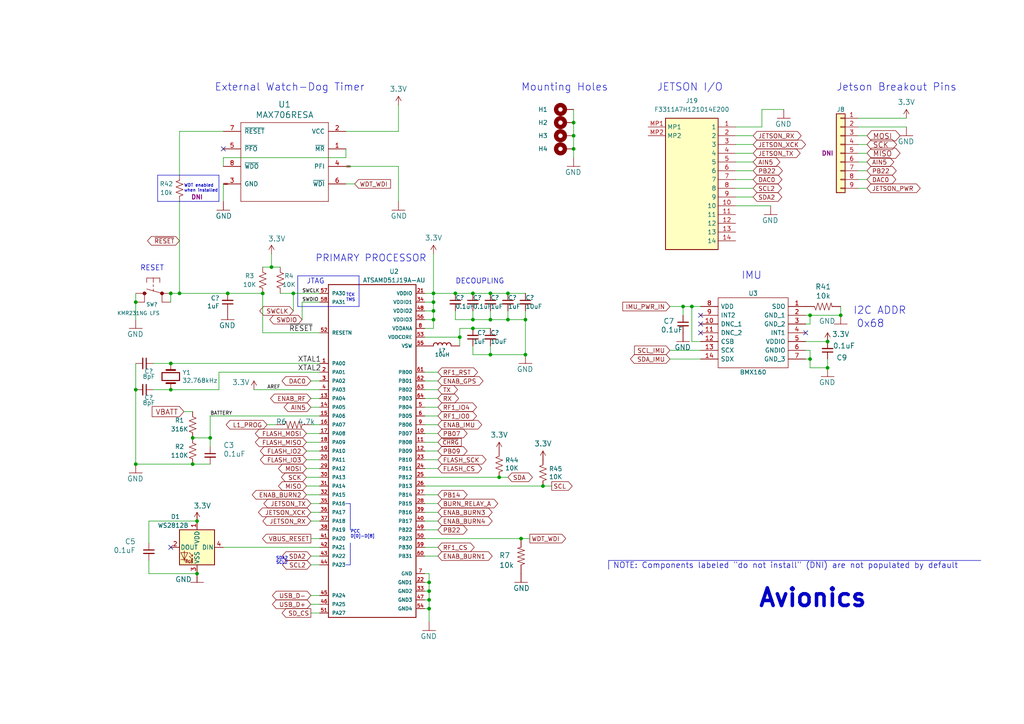
<source format=kicad_sch>
(kicad_sch (version 20230121) (generator eeschema)
  (paper "A4")
  (title_block (title "PyCubed Mainboard") (date "2021-06-09") (rev "v05c") (company "Max Holliday"))
  (junction (at 39.37 87.63))
  (junction (at 49.53 105.41))
  (junction (at 152.4 92.71))
  (junction (at 49.53 85.09))
  (junction (at 66.04 85.09))
  (junction (at 142.24 92.71))
  (junction (at 151.13 156.21))
  (junction (at 166.37 35.56))
  (junction (at 137.16 92.71))
  (junction (at 124.46 171.45))
  (junction (at 234.95 91.44))
  (junction (at 198.12 88.9))
  (junction (at 39.37 113.03))
  (junction (at 144.78 138.43))
  (junction (at 49.53 113.03))
  (junction (at 240.03 106.68))
  (junction (at 60.96 127))
  (junction (at 243.84 91.44))
  (junction (at 147.32 92.71))
  (junction (at 240.03 99.06))
  (junction (at 147.32 85.09))
  (junction (at 55.88 134.62))
  (junction (at 57.15 151.13))
  (junction (at 39.37 134.62))
  (junction (at 132.08 85.09))
  (junction (at 55.88 127))
  (junction (at 200.66 88.9))
  (junction (at 78.74 77.47))
  (junction (at 85.09 85.09))
  (junction (at 125.73 87.63))
  (junction (at 137.16 85.09))
  (junction (at 166.37 43.18))
  (junction (at 137.16 95.25))
  (junction (at 125.73 92.71))
  (junction (at 52.07 85.09))
  (junction (at 57.15 166.37))
  (junction (at 124.46 176.53))
  (junction (at 234.95 104.14))
  (junction (at 166.37 39.37))
  (junction (at 124.46 173.99))
  (junction (at 124.46 168.91))
  (junction (at 76.2 85.09))
  (junction (at 125.73 90.17))
  (junction (at 142.24 102.87))
  (junction (at 157.48 140.97))
  (junction (at 152.4 102.87))
  (junction (at 142.24 85.09))
  (junction (at 133.35 97.79))
  (junction (at 125.73 85.09))
  (no_connect (at 233.68 96.52))
  (no_connect (at 203.2 96.52))
  (no_connect (at 64.77 43.18))
  (no_connect (at 203.2 93.98))
  (no_connect (at 49.53 158.75))
  (no_connect (at 203.2 91.44))
  (wire (pts (xy 133.35 95.25) (xy 137.16 95.25)))
  (wire (pts (xy 123.19 168.91) (xy 124.46 168.91)))
  (wire (pts (xy 152.4 92.71) (xy 152.4 102.87)))
  (wire (pts (xy 234.95 106.68) (xy 240.03 106.68)))
  (wire (pts (xy 87.63 87.63) (xy 87.63 92.71)))
  (wire (pts (xy 123.19 161.29) (xy 127 161.29)))
  (wire (pts (xy 92.71 118.11) (xy 90.17 118.11)))
  (wire (pts (xy 133.35 97.79) (xy 133.35 95.25)))
  (wire (pts (xy 123.19 113.03) (xy 127 113.03)))
  (wire (pts (xy 137.16 90.17) (xy 137.16 92.71)))
  (wire (pts (xy 49.53 85.09) (xy 52.07 85.09)))
  (wire (pts (xy 60.96 127) (xy 60.96 120.65)))
  (wire (pts (xy 49.53 105.41) (xy 92.71 105.41)))
  (wire (pts (xy 60.96 134.62) (xy 55.88 134.62)))
  (wire (pts (xy 142.24 92.71) (xy 142.24 90.17)))
  (polyline (pts (xy 176.53 162.56) (xy 284.48 162.56)))
  (wire (pts (xy 53.34 119.38) (xy 55.88 119.38)))
  (wire (pts (xy 200.66 88.9) (xy 203.2 88.9)))
  (wire (pts (xy 142.24 85.09) (xy 147.32 85.09)))
  (wire (pts (xy 125.73 87.63) (xy 125.73 85.09)))
  (wire (pts (xy 85.09 85.09) (xy 92.71 85.09)))
  (wire (pts (xy 87.63 87.63) (xy 92.71 87.63)))
  (wire (pts (xy 251.46 39.37) (xy 248.92 39.37)))
  (wire (pts (xy 52.07 38.1) (xy 52.07 50.8)))
  (wire (pts (xy 39.37 105.41) (xy 39.37 113.03)))
  (wire (pts (xy 76.2 96.52) (xy 76.2 85.09)))
  (wire (pts (xy 102.87 53.34) (xy 100.33 53.34)))
  (wire (pts (xy 248.92 46.99) (xy 251.46 46.99)))
  (wire (pts (xy 123.19 158.75) (xy 127 158.75)))
  (wire (pts (xy 123.19 153.67) (xy 127 153.67)))
  (wire (pts (xy 220.98 31.75) (xy 227.33 31.75)))
  (wire (pts (xy 127 128.27) (xy 123.19 128.27)))
  (wire (pts (xy 123.19 143.51) (xy 127 143.51)))
  (wire (pts (xy 213.36 52.07) (xy 218.44 52.07)))
  (wire (pts (xy 127 110.49) (xy 123.19 110.49)))
  (wire (pts (xy 147.32 85.09) (xy 152.4 85.09)))
  (wire (pts (xy 64.77 48.26) (xy 64.77 45.72)))
  (wire (pts (xy 123.19 130.81) (xy 127 130.81)))
  (wire (pts (xy 213.36 57.15) (xy 218.44 57.15)))
  (wire (pts (xy 124.46 166.37) (xy 124.46 168.91)))
  (wire (pts (xy 125.73 90.17) (xy 125.73 87.63)))
  (wire (pts (xy 213.36 59.69) (xy 223.52 59.69)))
  (wire (pts (xy 248.92 52.07) (xy 251.46 52.07)))
  (wire (pts (xy 52.07 85.09) (xy 66.04 85.09)))
  (wire (pts (xy 243.84 91.44) (xy 243.84 88.9)))
  (wire (pts (xy 233.68 104.14) (xy 234.95 104.14)))
  (wire (pts (xy 92.71 175.26) (xy 90.17 175.26)))
  (wire (pts (xy 92.71 133.35) (xy 88.9 133.35)))
  (wire (pts (xy 92.71 148.59) (xy 90.17 148.59)))
  (wire (pts (xy 213.36 39.37) (xy 218.44 39.37)))
  (wire (pts (xy 233.68 93.98) (xy 234.95 93.98)))
  (wire (pts (xy 125.73 95.25) (xy 125.73 92.71)))
  (wire (pts (xy 76.2 77.47) (xy 78.74 77.47)))
  (wire (pts (xy 240.03 104.14) (xy 240.03 106.68)))
  (wire (pts (xy 220.98 36.83) (xy 213.36 36.83)))
  (wire (pts (xy 147.32 92.71) (xy 152.4 92.71)))
  (wire (pts (xy 90.17 163.83) (xy 92.71 163.83)))
  (wire (pts (xy 123.19 95.25) (xy 125.73 95.25)))
  (wire (pts (xy 43.18 162.56) (xy 43.18 166.37)))
  (wire (pts (xy 90.17 146.05) (xy 92.71 146.05)))
  (wire (pts (xy 220.98 31.75) (xy 220.98 36.83)))
  (wire (pts (xy 137.16 102.87) (xy 137.16 100.33)))
  (wire (pts (xy 123.19 118.11) (xy 127 118.11)))
  (wire (pts (xy 123.19 146.05) (xy 127 146.05)))
  (wire (pts (xy 92.71 110.49) (xy 90.17 110.49)))
  (wire (pts (xy 125.73 85.09) (xy 125.73 73.66)))
  (wire (pts (xy 133.35 97.79) (xy 133.35 100.33)))
  (wire (pts (xy 213.36 49.53) (xy 218.44 49.53)))
  (wire (pts (xy 142.24 92.71) (xy 137.16 92.71)))
  (wire (pts (xy 194.31 104.14) (xy 203.2 104.14)))
  (wire (pts (xy 88.9 138.43) (xy 92.71 138.43)))
  (polyline (pts (xy 100.33 146.05) (xy 101.6 146.05)))
  (wire (pts (xy 115.57 48.26) (xy 115.57 58.42)))
  (wire (pts (xy 127 135.89) (xy 123.19 135.89)))
  (wire (pts (xy 88.9 128.27) (xy 92.71 128.27)))
  (wire (pts (xy 55.88 127) (xy 60.96 127)))
  (wire (pts (xy 124.46 176.53) (xy 124.46 180.34)))
  (wire (pts (xy 124.46 171.45) (xy 124.46 173.99)))
  (wire (pts (xy 142.24 100.33) (xy 142.24 102.87)))
  (wire (pts (xy 213.36 44.45) (xy 218.44 44.45)))
  (wire (pts (xy 49.53 87.63) (xy 49.53 85.09)))
  (wire (pts (xy 115.57 38.1) (xy 100.33 38.1)))
  (wire (pts (xy 248.92 49.53) (xy 251.46 49.53)))
  (wire (pts (xy 147.32 90.17) (xy 147.32 92.71)))
  (wire (pts (xy 43.18 151.13) (xy 57.15 151.13)))
  (wire (pts (xy 81.28 85.09) (xy 85.09 85.09)))
  (wire (pts (xy 203.2 99.06) (xy 200.66 99.06)))
  (wire (pts (xy 124.46 173.99) (xy 124.46 176.53)))
  (wire (pts (xy 166.37 43.18) (xy 166.37 45.72)))
  (wire (pts (xy 137.16 95.25) (xy 142.24 95.25)))
  (wire (pts (xy 248.92 36.83) (xy 262.89 36.83)))
  (wire (pts (xy 160.02 140.97) (xy 157.48 140.97)))
  (wire (pts (xy 262.89 34.29) (xy 248.92 34.29)))
  (wire (pts (xy 39.37 85.09) (xy 39.37 87.63)))
  (wire (pts (xy 92.71 123.19) (xy 90.17 123.19)))
  (wire (pts (xy 123.19 171.45) (xy 124.46 171.45)))
  (wire (pts (xy 200.66 99.06) (xy 200.66 88.9)))
  (wire (pts (xy 115.57 38.1) (xy 115.57 30.48)))
  (wire (pts (xy 44.45 105.41) (xy 49.53 105.41)))
  (wire (pts (xy 213.36 46.99) (xy 218.44 46.99)))
  (wire (pts (xy 234.95 101.6) (xy 234.95 104.14)))
  (polyline (pts (xy 176.53 165.1) (xy 176.53 162.56)))
  (wire (pts (xy 233.68 91.44) (xy 234.95 91.44)))
  (wire (pts (xy 39.37 87.63) (xy 39.37 92.71)))
  (wire (pts (xy 151.13 156.21) (xy 153.67 156.21)))
  (wire (pts (xy 49.53 113.03) (xy 63.5 113.03)))
  (polyline (pts (xy 101.6 163.83) (xy 101.6 157.48)))
  (wire (pts (xy 92.71 143.51) (xy 88.9 143.51)))
  (polyline (pts (xy 45.72 58.42) (xy 45.72 50.8)))
  (wire (pts (xy 127 125.73) (xy 123.19 125.73)))
  (wire (pts (xy 92.71 172.72) (xy 90.17 172.72)))
  (wire (pts (xy 80.01 123.19) (xy 77.47 123.19)))
  (wire (pts (xy 123.19 97.79) (xy 133.35 97.79)))
  (wire (pts (xy 123.19 123.19) (xy 127 123.19)))
  (polyline (pts (xy 101.6 146.05) (xy 101.6 153.67)))
  (wire (pts (xy 198.12 88.9) (xy 200.66 88.9)))
  (wire (pts (xy 90.17 177.8) (xy 92.71 177.8)))
  (wire (pts (xy 123.19 148.59) (xy 127 148.59)))
  (polyline (pts (xy 86.36 80.01) (xy 86.36 88.9)))
  (wire (pts (xy 123.19 115.57) (xy 127 115.57)))
  (wire (pts (xy 234.95 104.14) (xy 234.95 106.68)))
  (wire (pts (xy 137.16 85.09) (xy 142.24 85.09)))
  (wire (pts (xy 60.96 129.54) (xy 60.96 127)))
  (polyline (pts (xy 104.14 80.01) (xy 86.36 80.01)))
  (wire (pts (xy 127 120.65) (xy 123.19 120.65)))
  (wire (pts (xy 132.08 85.09) (xy 137.16 85.09)))
  (wire (pts (xy 125.73 92.71) (xy 125.73 90.17)))
  (wire (pts (xy 166.37 31.75) (xy 166.37 35.56)))
  (wire (pts (xy 63.5 113.03) (xy 63.5 107.95)))
  (polyline (pts (xy 100.33 163.83) (xy 101.6 163.83)))
  (wire (pts (xy 137.16 102.87) (xy 142.24 102.87)))
  (wire (pts (xy 88.9 140.97) (xy 92.71 140.97)))
  (wire (pts (xy 127 133.35) (xy 123.19 133.35)))
  (wire (pts (xy 100.33 45.72) (xy 100.33 43.18)))
  (wire (pts (xy 137.16 92.71) (xy 132.08 92.71)))
  (wire (pts (xy 142.24 102.87) (xy 152.4 102.87)))
  (wire (pts (xy 92.71 156.21) (xy 90.17 156.21)))
  (wire (pts (xy 123.19 87.63) (xy 125.73 87.63)))
  (wire (pts (xy 123.19 151.13) (xy 127 151.13)))
  (wire (pts (xy 66.04 85.09) (xy 76.2 85.09)))
  (wire (pts (xy 147.32 138.43) (xy 144.78 138.43)))
  (wire (pts (xy 124.46 168.91) (xy 124.46 171.45)))
  (wire (pts (xy 166.37 39.37) (xy 166.37 43.18)))
  (polyline (pts (xy 45.72 50.8) (xy 63.5 50.8)))
  (wire (pts (xy 213.36 54.61) (xy 218.44 54.61)))
  (wire (pts (xy 73.66 113.03) (xy 92.71 113.03)))
  (wire (pts (xy 78.74 77.47) (xy 81.28 77.47)))
  (wire (pts (xy 90.17 161.29) (xy 92.71 161.29)))
  (wire (pts (xy 100.33 48.26) (xy 115.57 48.26)))
  (wire (pts (xy 234.95 91.44) (xy 234.95 93.98)))
  (wire (pts (xy 166.37 35.56) (xy 166.37 39.37)))
  (wire (pts (xy 64.77 53.34) (xy 64.77 58.42)))
  (wire (pts (xy 123.19 138.43) (xy 144.78 138.43)))
  (wire (pts (xy 123.19 166.37) (xy 124.46 166.37)))
  (wire (pts (xy 52.07 58.42) (xy 52.07 85.09)))
  (polyline (pts (xy 63.5 50.8) (xy 63.5 58.42)))
  (wire (pts (xy 92.71 115.57) (xy 90.17 115.57)))
  (wire (pts (xy 43.18 151.13) (xy 43.18 157.48)))
  (wire (pts (xy 123.19 156.21) (xy 151.13 156.21)))
  (wire (pts (xy 88.9 125.73) (xy 92.71 125.73)))
  (wire (pts (xy 152.4 90.17) (xy 152.4 92.71)))
  (wire (pts (xy 64.77 45.72) (xy 100.33 45.72)))
  (wire (pts (xy 88.9 135.89) (xy 92.71 135.89)))
  (wire (pts (xy 123.19 92.71) (xy 125.73 92.71)))
  (wire (pts (xy 123.19 173.99) (xy 124.46 173.99)))
  (wire (pts (xy 55.88 134.62) (xy 39.37 134.62)))
  (wire (pts (xy 123.19 176.53) (xy 124.46 176.53)))
  (wire (pts (xy 123.19 85.09) (xy 125.73 85.09)))
  (wire (pts (xy 213.36 41.91) (xy 218.44 41.91)))
  (wire (pts (xy 44.45 113.03) (xy 49.53 113.03)))
  (wire (pts (xy 123.19 140.97) (xy 157.48 140.97)))
  (wire (pts (xy 194.31 88.9) (xy 198.12 88.9)))
  (wire (pts (xy 90.17 151.13) (xy 92.71 151.13)))
  (wire (pts (xy 64.77 38.1) (xy 52.07 38.1)))
  (wire (pts (xy 198.12 91.44) (xy 198.12 88.9)))
  (wire (pts (xy 251.46 41.91) (xy 248.92 41.91)))
  (wire (pts (xy 63.5 107.95) (xy 92.71 107.95)))
  (polyline (pts (xy 86.36 88.9) (xy 104.14 88.9)))
  (wire (pts (xy 123.19 90.17) (xy 125.73 90.17)))
  (wire (pts (xy 85.09 90.17) (xy 85.09 85.09)))
  (wire (pts (xy 43.18 166.37) (xy 57.15 166.37)))
  (wire (pts (xy 64.77 158.75) (xy 92.71 158.75)))
  (wire (pts (xy 125.73 85.09) (xy 132.08 85.09)))
  (wire (pts (xy 78.74 73.66) (xy 78.74 77.47)))
  (wire (pts (xy 60.96 120.65) (xy 92.71 120.65)))
  (wire (pts (xy 234.95 91.44) (xy 243.84 91.44)))
  (wire (pts (xy 88.9 130.81) (xy 92.71 130.81)))
  (wire (pts (xy 123.19 107.95) (xy 127 107.95)))
  (wire (pts (xy 233.68 101.6) (xy 234.95 101.6)))
  (wire (pts (xy 251.46 44.45) (xy 248.92 44.45)))
  (wire (pts (xy 142.24 92.71) (xy 147.32 92.71)))
  (wire (pts (xy 39.37 113.03) (xy 39.37 134.62)))
  (wire (pts (xy 92.71 96.52) (xy 76.2 96.52)))
  (wire (pts (xy 194.31 101.6) (xy 203.2 101.6)))
  (polyline (pts (xy 63.5 58.42) (xy 45.72 58.42)))
  (wire (pts (xy 248.92 54.61) (xy 251.46 54.61)))
  (wire (pts (xy 240.03 99.06) (xy 233.68 99.06)))
  (polyline (pts (xy 104.14 88.9) (xy 104.14 80.01)))
  (wire (pts (xy 132.08 90.17) (xy 132.08 92.71)))
  (text "Mounting Holes" (at 151.13 26.67 0) (effects (font (size 2.159 2.159)) (justify left bottom)))
  (text "SDA2" (at 80.01 162.56 0) (effects (font (size 0.889 0.889)) (justify left bottom)))
  (text "PRIMARY PROCESSOR" (at 91.44 76.2 0) (effects (font (size 2.0066 2.0066)) (justify left bottom)))
  (text "SCL2" (at 80.01 163.83 0) (effects (font (size 0.889 0.889)) (justify left bottom)))
  (text "0x68" (at 256.54 95.25 0) (effects (font (size 2.159 2.159)) (justify right bottom)))
  (text "IMU" (at 220.98 81.28 0) (effects (font (size 2.159 2.159)) (justify right bottom)))
  (text "RESET" (at 40.64 78.74 0) (effects (font (size 1.4986 1.4986)) (justify left bottom)))
  (text "NOTE: Components labeled \"do not install\" (DNI) are not populated by default" (at 177.8 165.1 0) (effects (font (size 1.651 1.651)) (justify left bottom)))
  (text "I2C ADDR" (at 262.89 91.44 0) (effects (font (size 2.159 2.159)) (justify right bottom)))
  (text "Avionics" (at 219.71 176.53 0) (effects (font (size 5.08 5.08) (thickness 1.016) bold) (justify left bottom)))
  (text "TCK\nTMS" (at 100.33 87.63 0) (effects (font (size 0.889 0.889)) (justify left bottom)))
  (text "JETSON I/O" (at 190.5 26.67 0) (effects (font (size 2.159 2.159)) (justify left bottom)))
  (text "External Watch-Dog Timer" (at 62.23 26.67 0) (effects (font (size 2.159 2.159)) (justify left bottom)))
  (text "PCC\nD[0]-D[8]" (at 101.6 156.21 0) (effects (font (size 0.889 0.889)) (justify left bottom)))
  (text "WDT enabled\nwhen installed" (at 53.34 55.88 0) (effects (font (size 0.889 0.889)) (justify left bottom)))
  (text "JTAG\n" (at 88.9 82.55 0) (effects (font (size 1.4986 1.4986)) (justify left bottom)))
  (text "DECOUPLING\n" (at 132.08 82.55 0) (effects (font (size 1.4986 1.4986)) (justify left bottom)))
  (text "Jetson Breakout Pins" (at 242.57 26.67 0) (effects (font (size 2.159 2.159)) (justify left bottom)))
  (label "BATTERY" (at 60.96 120.65 0) (effects (font (size 1.016 1.016))))
  (label "SWDIO" (at 87.63 87.63 0) (effects (font (size 0.9906 0.9906))))
  (label "XTAL2" (at 86.36 107.95 0) (effects (font (size 1.524 1.524))))
  (label "XTAL1" (at 86.36 105.41 0) (effects (font (size 1.524 1.524))))
  (label "SWCLK" (at 87.63 85.09 0) (effects (font (size 0.9906 0.9906))))
  (label "AREF" (at 77.47 113.03 0) (effects (font (size 1.016 1.016))))
  (label "~{RESET}" (at 83.82 96.52 0) (effects (font (size 1.4986 1.4986))))
  (global_label "SDA2" (shape bidirectional) (at 218.44 57.15 0) (property "Intersheetrefs" "${INTERSHEET_REFS}" (effects hide)))
  (global_label "ENAB_BURN1" (shape bidirectional) (at 127 161.29 0) (property "Intersheetrefs" "${INTERSHEET_REFS}" (effects hide)))
  (global_label "PB09" (shape bidirectional) (at 127 130.81 0) (property "Intersheetrefs" "${INTERSHEET_REFS}" (effects hide)))
  (global_label "TX" (shape bidirectional) (at 127 113.03 0) (property "Intersheetrefs" "${INTERSHEET_REFS}" (effects hide)))
  (global_label "WDT_WDI" (shape output) (at 153.67 156.21 0) (property "Intersheetrefs" "${INTERSHEET_REFS}" (effects hide)))
  (global_label "SD_CS" (shape output) (at 90.17 177.8 180) (property "Intersheetrefs" "${INTERSHEET_REFS}" (effects hide)))
  (global_label "WDT_WDI" (shape input) (at 102.87 53.34 0) (property "Intersheetrefs" "${INTERSHEET_REFS}" (effects hide)))
  (global_label "SCL" (shape output) (at 160.02 140.97 0) (property "Intersheetrefs" "${INTERSHEET_REFS}" (effects hide)))
  (global_label "ENAB_RF" (shape bidirectional) (at 90.17 115.57 180) (property "Intersheetrefs" "${INTERSHEET_REFS}" (effects hide)))
  (global_label "RF1_IO0" (shape bidirectional) (at 127 120.65 0) (property "Intersheetrefs" "${INTERSHEET_REFS}" (effects hide)))
  (global_label "RF1_IO4" (shape bidirectional) (at 127 118.11 0) (property "Intersheetrefs" "${INTERSHEET_REFS}" (effects hide)))
  (global_label "ENAB_BURN4" (shape bidirectional) (at 127 151.13 0) (property "Intersheetrefs" "${INTERSHEET_REFS}" (effects hide)))
  (global_label "SWDIO" (shape bidirectional) (at 87.63 92.71 180) (property "Intersheetrefs" "${INTERSHEET_REFS}" (effects hide)))
  (global_label "BURN_RELAY_A" (shape bidirectional) (at 127 146.05 0) (property "Intersheetrefs" "${INTERSHEET_REFS}" (effects hide)))
  (global_label "GND" (shape bidirectional) (at 64.77 53.34 0) (effects (font (size 0.254 0.254))) (property "Intersheetrefs" "${INTERSHEET_REFS}" (effects hide)))
  (global_label "FLASH_IO3" (shape bidirectional) (at 88.9 133.35 180) (property "Intersheetrefs" "${INTERSHEET_REFS}" (effects hide)))
  (global_label "JETSON_TX" (shape bidirectional) (at 218.44 44.45 0) (property "Intersheetrefs" "${INTERSHEET_REFS}" (effects hide)))
  (global_label "FLASH_IO2" (shape bidirectional) (at 88.9 130.81 180) (property "Intersheetrefs" "${INTERSHEET_REFS}" (effects hide)))
  (global_label "GND" (shape bidirectional) (at 100.33 48.26 0) (effects (font (size 0.254 0.254))) (property "Intersheetrefs" "${INTERSHEET_REFS}" (effects hide)))
  (global_label "IMU_PWR_IN" (shape input) (at 194.31 88.9 180) (property "Intersheetrefs" "${INTERSHEET_REFS}" (effects hide)))
  (global_label "JETSON_PWR" (shape bidirectional) (at 251.46 54.61 0) (property "Intersheetrefs" "${INTERSHEET_REFS}" (effects hide)))
  (global_label "SCL2" (shape bidirectional) (at 90.17 163.83 180) (property "Intersheetrefs" "${INTERSHEET_REFS}" (effects hide)))
  (global_label "DAC0" (shape bidirectional) (at 251.46 52.07 0) (property "Intersheetrefs" "${INTERSHEET_REFS}" (effects hide)))
  (global_label "FLASH_MOSI" (shape bidirectional) (at 88.9 125.73 180) (property "Intersheetrefs" "${INTERSHEET_REFS}" (effects hide)))
  (global_label "JETSON_RX" (shape bidirectional) (at 90.17 151.13 180) (property "Intersheetrefs" "${INTERSHEET_REFS}" (effects hide)))
  (global_label "ENAB_GPS" (shape bidirectional) (at 127 110.49 0) (property "Intersheetrefs" "${INTERSHEET_REFS}" (effects hide)))
  (global_label "USB_D-" (shape bidirectional) (at 90.17 172.72 180) (property "Intersheetrefs" "${INTERSHEET_REFS}" (effects hide)))
  (global_label "DAC0" (shape bidirectional) (at 218.44 52.07 0) (property "Intersheetrefs" "${INTERSHEET_REFS}" (effects hide)))
  (global_label "SDA" (shape bidirectional) (at 147.32 138.43 0) (property "Intersheetrefs" "${INTERSHEET_REFS}" (effects hide)))
  (global_label "SWCLK" (shape bidirectional) (at 85.09 90.17 180) (property "Intersheetrefs" "${INTERSHEET_REFS}" (effects hide)))
  (global_label "MISO" (shape bidirectional) (at 251.46 44.45 0) (effects (font (size 1.4986 1.4986))) (property "Intersheetrefs" "${INTERSHEET_REFS}" (effects hide)))
  (global_label "FLASH_MISO" (shape bidirectional) (at 88.9 128.27 180) (property "Intersheetrefs" "${INTERSHEET_REFS}" (effects hide)))
  (global_label "PB22" (shape bidirectional) (at 251.46 49.53 0) (property "Intersheetrefs" "${INTERSHEET_REFS}" (effects hide)))
  (global_label "VBATT" (shape input) (at 53.34 119.38 180) (effects (font (size 1.4986 1.4986))) (property "Intersheetrefs" "${INTERSHEET_REFS}" (effects hide)))
  (global_label "JETSON_XCK" (shape bidirectional) (at 90.17 148.59 180) (property "Intersheetrefs" "${INTERSHEET_REFS}" (effects hide)))
  (global_label "SCK" (shape bidirectional) (at 88.9 138.43 180) (property "Intersheetrefs" "${INTERSHEET_REFS}" (effects hide)))
  (global_label "USB_D+" (shape bidirectional) (at 90.17 175.26 180) (property "Intersheetrefs" "${INTERSHEET_REFS}" (effects hide)))
  (global_label "FLASH_CS" (shape bidirectional) (at 127 135.89 0) (property "Intersheetrefs" "${INTERSHEET_REFS}" (effects hide)))
  (global_label "ENAB_IMU" (shape bidirectional) (at 127 123.19 0) (property "Intersheetrefs" "${INTERSHEET_REFS}" (effects hide)))
  (global_label "PB22" (shape bidirectional) (at 218.44 49.53 0) (property "Intersheetrefs" "${INTERSHEET_REFS}" (effects hide)))
  (global_label "PB22" (shape bidirectional) (at 127 153.67 0) (property "Intersheetrefs" "${INTERSHEET_REFS}" (effects hide)))
  (global_label "~{RESET}" (shape bidirectional) (at 52.07 69.85 180) (property "Intersheetrefs" "${INTERSHEET_REFS}" (effects hide)))
  (global_label "PB14" (shape bidirectional) (at 127 143.51 0) (property "Intersheetrefs" "${INTERSHEET_REFS}" (effects hide)))
  (global_label "MISO" (shape bidirectional) (at 88.9 140.97 180) (property "Intersheetrefs" "${INTERSHEET_REFS}" (effects hide)))
  (global_label "MOSI" (shape bidirectional) (at 251.46 39.37 0) (effects (font (size 1.4986 1.4986))) (property "Intersheetrefs" "${INTERSHEET_REFS}" (effects hide)))
  (global_label "~{CHRG}" (shape input) (at 127 128.27 0) (effects (font (size 1.143 1.143))) (property "Intersheetrefs" "${INTERSHEET_REFS}" (effects hide)))
  (global_label "ENAB_BURN2" (shape bidirectional) (at 88.9 143.51 180) (property "Intersheetrefs" "${INTERSHEET_REFS}" (effects hide)))
  (global_label "JETSON_TX" (shape bidirectional) (at 90.17 146.05 180) (property "Intersheetrefs" "${INTERSHEET_REFS}" (effects hide)))
  (global_label "DAC0" (shape bidirectional) (at 90.17 110.49 180) (property "Intersheetrefs" "${INTERSHEET_REFS}" (effects hide)))
  (global_label "ENAB_BURN3" (shape bidirectional) (at 127 148.59 0) (property "Intersheetrefs" "${INTERSHEET_REFS}" (effects hide)))
  (global_label "SCK" (shape bidirectional) (at 251.46 41.91 0) (effects (font (size 1.4986 1.4986))) (property "Intersheetrefs" "${INTERSHEET_REFS}" (effects hide)))
  (global_label "JETSON_RX" (shape bidirectional) (at 218.44 39.37 0) (property "Intersheetrefs" "${INTERSHEET_REFS}" (effects hide)))
  (global_label "VBUS_RESET" (shape output) (at 90.17 156.21 180) (property "Intersheetrefs" "${INTERSHEET_REFS}" (effects hide)))
  (global_label "FLASH_SCK" (shape bidirectional) (at 127 133.35 0) (property "Intersheetrefs" "${INTERSHEET_REFS}" (effects hide)))
  (global_label "AIN5" (shape bidirectional) (at 218.44 46.99 0) (property "Intersheetrefs" "${INTERSHEET_REFS}" (effects hide)))
  (global_label "JETSON_XCK" (shape bidirectional) (at 218.44 41.91 0) (property "Intersheetrefs" "${INTERSHEET_REFS}" (effects hide)))
  (global_label "AIN5" (shape bidirectional) (at 251.46 46.99 0) (property "Intersheetrefs" "${INTERSHEET_REFS}" (effects hide)))
  (global_label "L1_PROG" (shape bidirectional) (at 77.47 123.19 180) (property "Intersheetrefs" "${INTERSHEET_REFS}" (effects hide)))
  (global_label "MOSI" (shape bidirectional) (at 88.9 135.89 180) (property "Intersheetrefs" "${INTERSHEET_REFS}" (effects hide)))
  (global_label "SCL2" (shape bidirectional) (at 218.44 54.61 0) (property "Intersheetrefs" "${INTERSHEET_REFS}" (effects hide)))
  (global_label "PB07" (shape bidirectional) (at 127 125.73 0) (property "Intersheetrefs" "${INTERSHEET_REFS}" (effects hide)))
  (global_label "SDA2" (shape bidirectional) (at 90.17 161.29 180) (property "Intersheetrefs" "${INTERSHEET_REFS}" (effects hide)))
  (global_label "RF1_RST" (shape bidirectional) (at 127 107.95 0) (property "Intersheetrefs" "${INTERSHEET_REFS}" (effects hide)))
  (global_label "RX" (shape bidirectional) (at 127 115.57 0) (property "Intersheetrefs" "${INTERSHEET_REFS}" (effects hide)))
  (global_label "SCL_IMU" (shape input) (at 194.31 101.6 180) (property "Intersheetrefs" "${INTERSHEET_REFS}" (effects hide)))
  (global_label "SDA_IMU" (shape bidirectional) (at 194.31 104.14 180) (property "Intersheetrefs" "${INTERSHEET_REFS}" (effects hide)))
  (global_label "AIN5" (shape bidirectional) (at 90.17 118.11 180) (property "Intersheetrefs" "${INTERSHEET_REFS}" (effects hide)))
  (global_label "RF1_CS" (shape bidirectional) (at 127 158.75 0) (property "Intersheetrefs" "${INTERSHEET_REFS}" (effects hide)))
  (symbol (lib_id "mainboard:GND") (at 64.77 60.96 0) (mirror y) (unit 1)
    (property "Reference" "#GND06" (effects hide))
    (property "Value" "GND" (at 67.31 63.5 0) (effects (font (size 1.4986 1.4986)) (justify left bottom)))
    (instances (project "mainboard" (path "" (reference "#GND06") (unit 1)) (path "" (reference "#GND?") (unit 1))))
  )
  (symbol (lib_id "mainboard:3.3V") (at 115.57 30.48 0) (mirror y) (unit 1)
    (property "Reference" "#SUPPLY01" (effects hide))
    (property "Value" "3.3V" (at 118.11 26.67 0) (effects (font (size 1.4986 1.4986)) (justify left bottom)))
    (instances (project "mainboard" (path "" (reference "#SUPPLY01") (unit 1)) (path "" (reference "#SUPPLY?") (unit 1))))
  )
  (symbol (lib_id "mainboard:C_Small") (at 240.03 101.6 0) (mirror x) (unit 1)
    (property "Reference" "C9" (at 242.57 102.87 0) (effects (font (size 1.4986 1.4986)) (justify left bottom)))
    (property "Value" "0.1uF" (at 241.554 99.441 0) (effects (font (size 1.4986 1.4986)) (justify left bottom)))
    (property "Footprint" "Capacitor_SMD:C_0603_1608Metric" (effects hide))
    (property "Description" "0.1uF +-10% 50V X7R 0603" (effects hide))
    (instances (project "mainboard" (path "" (reference "C9") (unit 1)) (path "" (reference "C?") (unit 1))))
  )
  (symbol (lib_id "mainboard:C_Small") (at 152.4 87.63 0) (unit 1)
    (property "Reference" "C?" (at 152.4 86.36 0) (effects (justify left)))
    (property "Value" "10uF" (at 152.4 88.9 0) (effects (justify left)))
    (property "Footprint" "Capacitor_SMD:C_0603_1608Metric" (effects hide))
    (property "Description" "10uF +-20% 10V X5R" (effects hide))
    (instances (project "mainboard" (path "" (reference "C?") (unit 1)) (path "" (reference "C16") (unit 1))))
  )
  (symbol (lib_id "mainboard:C_Small") (at 147.32 87.63 0) (unit 1)
    (property "Reference" "C?" (at 147.32 86.36 0) (effects (justify left)))
    (property "Value" "1uF" (at 147.32 88.9 0) (effects (justify left)))
    (property "Footprint" "Capacitor_SMD:C_0603_1608Metric" (effects hide))
    (property "Description" "1uF 0603 X7R" (effects hide))
    (instances (project "mainboard" (path "" (reference "C?") (unit 1)) (path "" (reference "C15") (unit 1))))
  )
  (symbol (lib_id "mainboard:C_Small") (at 142.24 87.63 0) (unit 1)
    (property "Reference" "C?" (at 142.24 86.36 0) (effects (justify left)))
    (property "Value" "1uF" (at 142.24 88.9 0) (effects (justify left)))
    (property "Footprint" "Capacitor_SMD:C_0603_1608Metric" (effects hide))
    (property "Description" "1uF 0603 X7R" (effects hide))
    (instances (project "mainboard" (path "" (reference "C?") (unit 1)) (path "" (reference "C13") (unit 1))))
  )
  (symbol (lib_id "mainboard:C_Small") (at 66.04 87.63 0) (mirror x) (unit 1)
    (property "Reference" "C?" (at 63.7032 86.4616 0) (effects (justify right)))
    (property "Value" "1uF" (at 63.7032 88.773 0) (effects (justify right)))
    (property "Footprint" "Capacitor_SMD:C_0603_1608Metric" (effects hide))
    (property "Description" "1uF 0603 X7R" (effects hide))
    (instances (project "mainboard" (path "" (reference "C?") (unit 1)) (path "" (reference "C4") (unit 1))))
  )
  (symbol (lib_id "mainboard:C_Small") (at 137.16 97.79 0) (mirror x) (unit 1)
    (property "Reference" "C?" (at 140.97 96.52 0) (effects (justify right)))
    (property "Value" "1uF" (at 140.97 99.06 0) (effects (justify right)))
    (property "Footprint" "Capacitor_SMD:C_0603_1608Metric" (effects hide))
    (property "Description" "1uF 0603 X7R" (effects hide))
    (instances (project "mainboard" (path "" (reference "C?") (unit 1)) (path "" (reference "C12") (unit 1))))
  )
  (symbol (lib_id "mainboard:INDUCTOR-Adafruit_Feather_M4_Express-eagle-import-lab64_SAM32-rescue-SAMD-10-rescue-SAM32-rescue") (at 128.27 100.33 0) (mirror y) (unit 1)
    (property "Reference" "L?" (at 128.27 101.6 0) (effects (font (size 1.0668 1.0668))))
    (property "Value" "10uH" (at 128.27 102.87 0) (effects (font (size 1.0668 1.0668))))
    (property "Footprint" "Inductor_SMD:L_0805_2012Metric_Pad1.15x1.40mm_HandSolder" (effects hide))
    (property "Description" "10uH Unshielded 0805" (effects hide))
    (property "Flight" "MGFL2012F100MT-LF" (effects hide))
    (property "Manufacturer_Name" "MicroGate" (effects hide))
    (property "Manufacturer_Part_Number" "MGFL2012F100MT-LF" (effects hide))
    (property "Proto" "MGFL2012F100MT-LF" (effects hide))
    (instances (project "mainboard" (path "" (reference "L?") (unit 1)) (path "" (reference "L1") (unit 1))))
  )
  (symbol (lib_id "mainboard:C_Small") (at 142.24 97.79 0) (mirror y) (unit 1)
    (property "Reference" "C?" (at 142.24 96.52 0) (effects (justify right)))
    (property "Value" "10uF" (at 142.24 99.06 0) (effects (justify right)))
    (property "Footprint" "Capacitor_SMD:C_0603_1608Metric" (effects hide))
    (property "Description" "10uF +-20% 10V X5R" (effects hide))
    (instances (project "mainboard" (path "" (reference "C?") (unit 1)) (path "" (reference "C14") (unit 1))))
  )
  (symbol (lib_id "mainboard:SWITCH_SMT4.6X2.8") (at 44.45 85.09 0) (mirror y) (unit 1)
    (property "Reference" "SW?" (at 45.72 88.9 0) (effects (font (size 1.0668 1.0668)) (justify left bottom)))
    (property "Value" "KMR231NG LFS" (at 46.355 91.44 0) (effects (font (size 1.0668 1.0668)) (justify left bottom)))
    (property "Footprint" "mainboard:BTN_KMR2_4.6X2.8" (effects hide))
    (property "Datasheet" "https://www.ckswitches.com/media/1479/kmr2.pdf" (effects hide))
    (property "Description" "Tactile Switch SPST-NO" (effects hide))
    (property "Flight" "KMR231NG LFS" (effects hide))
    (property "Manufacturer_Name" "C&K" (effects hide))
    (property "Manufacturer_Part_Number" "KMR231NG LFS" (effects hide))
    (property "Proto" "KMR231NG LFS" (effects hide))
    (instances (project "mainboard" (path "" (reference "SW?") (unit 1)) (path "" (reference "SW1") (unit 1))))
  )
  (symbol (lib_id "mainboard:C_Small") (at 41.91 105.41 270) (mirror x) (unit 1)
    (property "Reference" "C?" (at 43.1546 107.696 90))
    (property "Value" "8pF" (at 43.18 109.22 90))
    (property "Footprint" "Capacitor_SMD:C_0603_1608Metric" (effects hide))
    (property "Description" "8pF +-0.25pF 50V C0G 0603" (effects hide))
    (instances (project "mainboard" (path "" (reference "C?") (unit 1)) (path "" (reference "C1") (unit 1))))
  )
  (symbol (lib_id "mainboard:C_Small") (at 41.91 113.03 270) (mirror x) (unit 1)
    (property "Reference" "C?" (at 43.1546 115.316 90))
    (property "Value" "8pF" (at 43.18 116.84 90))
    (property "Footprint" "Capacitor_SMD:C_0603_1608Metric" (effects hide))
    (property "Description" "8pF +-0.25pF 50V C0G 0603" (effects hide))
    (instances (project "mainboard" (path "" (reference "C?") (unit 1)) (path "" (reference "C2") (unit 1))))
  )
  (symbol (lib_id "Device:R_US") (at 55.88 123.19 0) (unit 1)
    (property "Reference" "R1" (at 52.07 121.92 0))
    (property "Value" "316K" (at 52.07 124.46 0))
    (property "Footprint" "Resistor_SMD:R_0603_1608Metric" (effects hide))
    (property "Description" "316K 0603" (effects hide))
  )
  (symbol (lib_id "Device:R_US") (at 81.28 81.28 0) (unit 1)
    (property "Reference" "R4" (at 83.82 80.01 0))
    (property "Value" "10K" (at 83.82 82.55 0))
    (property "Footprint" "Resistor_SMD:R_0603_1608Metric" (effects hide))
    (property "Description" "10K 0603" (effects hide))
  )
  (symbol (lib_id "Device:R_US") (at 76.2 81.28 0) (unit 1)
    (property "Reference" "R3" (at 72.39 80.01 0))
    (property "Value" "10K" (at 72.39 82.55 0))
    (property "Footprint" "Resistor_SMD:R_0603_1608Metric" (effects hide))
    (property "Description" "10K 0603" (effects hide))
  )
  (symbol (lib_id "Device:R_US") (at 55.88 130.81 180) (unit 1)
    (property "Reference" "R2" (at 52.07 129.54 0))
    (property "Value" "110K" (at 52.07 132.08 0))
    (property "Footprint" "Resistor_SMD:R_0603_1608Metric" (effects hide))
    (property "Description" "110K 0603" (effects hide))
  )
  (symbol (lib_name "ATSAMD51J20A-AU-ATSAMD51J20A-AU-lab64_SAM32-rescue-lab64_SAM32-rescue-SAMD-10-rescue-SAM32-rescue_2") (lib_id "mainboard:ATSAMD51J20A-AU-ATSAMD51J20A-AU-lab64_SAM32-rescue-lab64_SAM32-rescue-SAMD-10-rescue-SAM32-rescue") (at 107.95 130.81 0) (unit 1)
    (property "Reference" "U2" (at 114.3 78.74 0))
    (property "Value" "ATSAMD51J19A-AU" (at 114.3 81.28 0))
    (property "Footprint" "mainboard:QFP50P1200X1200X120-64N" (effects hide))
    (property "Datasheet" "https://ww1.microchip.com/downloads/en/DeviceDoc/SAM_D5x_E5x_Family_Data_Sheet_DS60001507G.pdf" (effects hide))
    (property "Description" "Microcontroller" (effects hide))
    (property "Flight" "ATSAMD51J19A-AU" (effects hide))
    (property "Manufacturer_Name" "Microchip Technology" (effects hide))
    (property "Manufacturer_Part_Number" "ATSAMD51J19A-AU" (effects hide))
    (property "Proto" "ATSAMD51J19A-AU" (effects hide))
  )
  (symbol (lib_id "mainboard:C_Small") (at 137.16 87.63 0) (unit 1)
    (property "Reference" "C?" (at 137.16 86.36 0) (effects (justify left)))
    (property "Value" "0.1uF" (at 137.16 88.9 0) (effects (justify left)))
    (property "Footprint" "Capacitor_SMD:C_0603_1608Metric" (effects hide))
    (property "Description" "0.1uF +-10% 50V X7R 0603" (effects hide))
    (instances (project "mainboard" (path "" (reference "C?") (unit 1)) (path "" (reference "C11") (unit 1))))
  )
  (symbol (lib_id "mainboard:3.3V") (at 125.73 73.66 0) (unit 1)
    (property "Reference" "#SUPPLY04" (effects hide))
    (property "Value" "3.3V" (at 123.19 69.85 0) (effects (font (size 1.4986 1.4986)) (justify left bottom)))
    (instances (project "mainboard" (path "" (reference "#SUPPLY04") (unit 1)) (path "" (reference "#SUPPLY?") (unit 1))))
  )
  (symbol (lib_id "mainboard:3.3V") (at 78.74 73.66 0) (unit 1)
    (property "Reference" "#SUPPLY02" (effects hide))
    (property "Value" "3.3V" (at 77.724 70.104 0) (effects (font (size 1.4986 1.4986)) (justify left bottom)))
    (instances (project "mainboard" (path "" (reference "#SUPPLY02") (unit 1)) (path "" (reference "#SUPPLY?") (unit 1))))
  )
  (symbol (lib_id "mainboard:GND") (at 124.46 182.88 0) (unit 1)
    (property "Reference" "#GND08" (effects hide))
    (property "Value" "GND" (at 121.92 185.42 0) (effects (font (size 1.4986 1.4986)) (justify left bottom)))
    (instances (project "mainboard" (path "" (reference "#GND08") (unit 1)) (path "" (reference "#GND?") (unit 1))))
  )
  (symbol (lib_id "mainboard:GND") (at 57.15 168.91 0) (unit 1)
    (property "Reference" "#GND05" (effects hide))
    (property "Value" "GND" (at 50.8 168.91 0) (effects (font (size 1.4986 1.4986)) (justify left bottom)))
    (instances (project "mainboard" (path "" (reference "#GND05") (unit 1)) (path "" (reference "#GND?") (unit 1))))
  )
  (symbol (lib_id "mainboard:GND") (at 152.4 105.41 0) (unit 1)
    (property "Reference" "#GND09" (effects hide))
    (property "Value" "GND" (at 149.86 107.95 0) (effects (font (size 1.4986 1.4986)) (justify left bottom)))
    (instances (project "mainboard" (path "" (reference "#GND09") (unit 1)) (path "" (reference "#GND?") (unit 1))))
  )
  (symbol (lib_id "mainboard:GND") (at 66.04 92.71 0) (unit 1)
    (property "Reference" "#GND04" (effects hide))
    (property "Value" "GND" (at 63.5 95.25 0) (effects (font (size 1.4986 1.4986)) (justify left bottom)))
    (instances (project "mainboard" (path "" (reference "#GND04") (unit 1)) (path "" (reference "#GND?") (unit 1))))
  )
  (symbol (lib_id "mainboard:GND") (at 39.37 137.16 0) (unit 1)
    (property "Reference" "#GND03" (effects hide))
    (property "Value" "GND" (at 36.83 139.7 0) (effects (font (size 1.4986 1.4986)) (justify left bottom)))
    (instances (project "mainboard" (path "" (reference "#GND03") (unit 1)) (path "" (reference "#GND?") (unit 1))))
  )
  (symbol (lib_id "mainboard:GND") (at 39.37 95.25 0) (unit 1)
    (property "Reference" "#GND02" (effects hide))
    (property "Value" "GND" (at 36.83 97.79 0) (effects (font (size 1.4986 1.4986)) (justify left bottom)))
    (instances (project "mainboard" (path "" (reference "#GND02") (unit 1)) (path "" (reference "#GND?") (unit 1))))
  )
  (symbol (lib_id "mainboard:C_Small") (at 60.96 132.08 0) (mirror y) (unit 1)
    (property "Reference" "C3" (at 64.77 128.27 0) (effects (font (size 1.4986 1.4986)) (justify right top)))
    (property "Value" "0.1uF" (at 64.77 130.81 0) (effects (font (size 1.4986 1.4986)) (justify right top)))
    (property "Footprint" "Capacitor_SMD:C_0603_1608Metric" (effects hide))
    (property "Description" "0.1uF +-10% 50V X7R 0603" (effects hide))
    (instances (project "mainboard" (path "" (reference "C3") (unit 1)) (path "" (reference "C?") (unit 1))))
  )
  (symbol (lib_id "mainboard:3.3V") (at 73.66 113.03 0) (unit 1)
    (property "Reference" "#SUPPLY0101" (effects hide))
    (property "Value" "3.3V" (at 67.31 111.76 0) (effects (font (size 1.4986 1.4986)) (justify left bottom)))
    (instances (project "mainboard" (path "" (reference "#SUPPLY0101") (unit 1)) (path "" (reference "#SUPPLY?") (unit 1))))
  )
  (symbol (lib_id "Connector_Generic:Conn_01x09") (at 243.84 44.45 0) (mirror y) (unit 1)
    (property "Reference" "J8" (at 243.84 31.75 0))
    (property "Value" "Conn_01x09" (effects hide))
    (property "Footprint" "Connector_PinHeader_2.54mm:PinHeader_1x09_P2.54mm_Vertical" (effects hide))
    (property "DNI" "DNI" (at 240.03 44.45 0) (effects (font bold)))
    (property "Description" "Vertical Header - 0.1in (2.54mm)" (effects hide))
  )
  (symbol (lib_id "mainboard:3.3V") (at 262.89 34.29 0) (mirror y) (unit 1)
    (property "Reference" "#SUPPLY0111" (effects hide))
    (property "Value" "3.3V" (at 265.43 30.48 0) (effects (font (size 1.4986 1.4986)) (justify left bottom)))
    (instances (project "mainboard" (path "" (reference "#SUPPLY0111") (unit 1)) (path "" (reference "#SUPPLY?") (unit 1))))
  )
  (symbol (lib_id "mainboard:GND") (at 262.89 39.37 0) (unit 1)
    (property "Reference" "#GND0101" (effects hide))
    (property "Value" "GND" (at 260.35 41.91 0) (effects (font (size 1.4986 1.4986)) (justify left bottom)))
    (instances (project "mainboard" (path "" (reference "#GND0101") (unit 1)) (path "" (reference "#GND?") (unit 1))))
  )
  (symbol (lib_id "Device:Crystal") (at 49.53 109.22 270) (unit 1)
    (property "Reference" "Y1" (at 52.8574 108.0516 90) (effects (justify left)))
    (property "Value" "32.768kHz" (at 52.8574 110.363 90) (effects (justify left)))
    (property "Footprint" "Crystal:Crystal_SMD_3215-2Pin_3.2x1.5mm" (effects hide))
    (property "Datasheet" "https://abracon.com/Resonators/ABS07.pdf" (effects hide))
    (property "Description" "32.768kHz Crystal Oscillator" (effects hide))
    (property "Flight" "ABS07-32.768KHZ-T" (effects hide))
    (property "Manufacturer_Name" "Abracon LLC" (effects hide))
    (property "Manufacturer_Part_Number" "SC-32S32.768kHz20PPM7pF" (effects hide))
    (property "Proto" "SC-32S32.768kHz20PPM7pF" (effects hide))
  )
  (symbol (lib_id "mainboard:C_Small") (at 132.08 87.63 0) (unit 1)
    (property "Reference" "C?" (at 132.08 86.36 0) (effects (justify left)))
    (property "Value" "0.1uF" (at 132.08 88.9 0) (effects (justify left)))
    (property "Footprint" "Capacitor_SMD:C_0603_1608Metric" (effects hide))
    (property "Description" "0.1uF +-10% 50V X7R 0603" (effects hide))
    (instances (project "mainboard" (path "" (reference "C?") (unit 1)) (path "" (reference "C10") (unit 1))))
  )
  (symbol (lib_id "Device:R_US") (at 52.07 54.61 0) (mirror x) (unit 1)
    (property "Reference" "R42" (at 48.26 53.34 0))
    (property "Value" "10k" (at 48.26 55.88 0))
    (property "Footprint" "Resistor_SMD:R_0603_1608Metric" (effects hide))
    (property "DNI" "DNI" (at 57.15 57.15 0) (effects (font bold)))
    (property "Description" "10k 0603" (effects hide))
  )
  (symbol (lib_id "Mechanical:MountingHole_Pad") (at 163.83 31.75 90) (unit 1)
    (property "Reference" "H1" (at 157.48 31.75 90))
    (property "Value" "MountingHole_Pad" (effects hide))
    (property "Footprint" "MountingHole:MountingHole_3.2mm_M3_DIN965_Pad" (effects hide))
    (property "DNI" "DNI" (effects hide))
  )
  (symbol (lib_id "mainboard:GND") (at 166.37 48.26 0) (unit 1)
    (property "Reference" "#GND0102" (effects hide))
    (property "Value" "GND" (at 163.83 50.8 0) (effects (font (size 1.4986 1.4986)) (justify left bottom)))
    (instances (project "mainboard" (path "" (reference "#GND0102") (unit 1)) (path "" (reference "#GND?") (unit 1))))
  )
  (symbol (lib_id "Mechanical:MountingHole_Pad") (at 163.83 35.56 90) (unit 1)
    (property "Reference" "H2" (at 157.48 35.56 90))
    (property "Value" "MountingHole_Pad" (effects hide))
    (property "Footprint" "MountingHole:MountingHole_3.2mm_M3_DIN965_Pad" (effects hide))
    (property "DNI" "DNI" (effects hide))
  )
  (symbol (lib_id "Mechanical:MountingHole_Pad") (at 163.83 39.37 90) (unit 1)
    (property "Reference" "H3" (at 157.48 39.37 90))
    (property "Value" "MountingHole_Pad" (effects hide))
    (property "Footprint" "MountingHole:MountingHole_3.2mm_M3_DIN965_Pad" (effects hide))
    (property "DNI" "DNI" (effects hide))
  )
  (symbol (lib_id "Mechanical:MountingHole_Pad") (at 163.83 43.18 90) (unit 1)
    (property "Reference" "H4" (at 157.48 43.18 90))
    (property "Value" "MountingHole_Pad" (effects hide))
    (property "Footprint" "MountingHole:MountingHole_3.2mm_M3_DIN965_Pad" (effects hide))
    (property "DNI" "DNI" (effects hide))
  )
  (symbol (lib_id "Device:R_US") (at 144.78 134.62 0) (mirror y) (unit 1)
    (property "Reference" "R44" (at 146.5072 133.4516 0) (effects (justify right)))
    (property "Value" "10K" (at 146.5072 135.763 0) (effects (justify right)))
    (property "Footprint" "Resistor_SMD:R_0603_1608Metric" (effects hide))
    (property "Description" "10K 0603" (effects hide))
  )
  (symbol (lib_id "Device:R_US") (at 157.48 137.16 0) (mirror y) (unit 1)
    (property "Reference" "R45" (at 159.2072 135.9916 0) (effects (justify right)))
    (property "Value" "10K" (at 159.2072 138.303 0) (effects (justify right)))
    (property "Footprint" "Resistor_SMD:R_0603_1608Metric" (effects hide))
    (property "Description" "10K 0603" (effects hide))
  )
  (symbol (lib_id "mainboard:MAX708RESA-T") (at 102.87 40.64 0) (mirror y) (unit 1)
    (property "Reference" "U1" (at 82.55 30.2768 0) (effects (font (size 1.7526 1.7526))))
    (property "Value" "MAX706RESA" (at 82.55 33.3248 0) (effects (font (size 1.7526 1.7526))))
    (property "Footprint" "Package_SO:SO-8_3.9x4.9mm_P1.27mm" (effects hide))
    (property "Datasheet" "https://datasheets.maximintegrated.com/en/ds/MAX706AP-MAX708T.pdf" (effects hide))
    (property "Description" "Watch-dog Timer" (effects hide))
    (property "Flight" "MAX706RESA" (effects hide))
    (property "Manufacturer_Name" "Maxim Integrated" (effects hide))
    (property "Manufacturer_Part_Number" "MAX706RESA" (effects hide))
    (property "Proto" "MAX706RESA" (effects hide))
  )
  (symbol (lib_id "LED:WS2812B") (at 57.15 158.75 0) (mirror y) (unit 1)
    (property "Reference" "D1" (at 49.53 149.86 0) (effects (justify right)))
    (property "Value" "WS2812B" (at 45.72 152.4 0) (effects (justify right)))
    (property "Footprint" "LED_SMD:LED_WS2812B_PLCC4_5.0x5.0mm_P3.2mm" (effects hide))
    (property "Datasheet" "https://cdn-shop.adafruit.com/datasheets/WS2812B.pdf" (effects hide))
    (property "Description" "RGB LED \"Neopixel\"" (effects hide))
    (property "Flight" "WS2812B-B" (effects hide))
    (property "Manufacturer_Name" "Worldsemi" (effects hide))
    (property "Manufacturer_Part_Number" "WS2812B-B" (effects hide))
    (property "Proto" "WS2812B-B" (effects hide))
  )
  (symbol (lib_id "mainboard:3.3V") (at 57.15 151.13 0) (unit 1)
    (property "Reference" "#SUPPLY0117" (effects hide))
    (property "Value" "3.3V" (at 56.134 147.574 0) (effects (font (size 1.4986 1.4986)) (justify left bottom)))
    (instances (project "mainboard" (path "" (reference "#SUPPLY0117") (unit 1)) (path "" (reference "#SUPPLY?") (unit 1))))
  )
  (symbol (lib_id "mainboard:BMX160") (at 233.68 88.9 0) (mirror y) (unit 1)
    (property "Reference" "U3" (at 218.44 85.09 0))
    (property "Value" "BMX160" (at 218.44 107.95 0))
    (property "Footprint" "mainboard:BMX160" (effects hide))
    (property "Datasheet" "https://ae-bst.resource.bosch.com/media/_tech/media/datasheets/BST-BMX160-DS000.pdf" (effects hide))
    (property "Description" "IMUs - Inertial Measurement Units 9-axis (9DOF) Absolute Orientation MEMS Sensor" (effects hide))
    (property "Flight" "BMX160" (effects hide))
    (property "Manufacturer_Name" "Bosch Sensortec" (effects hide))
    (property "Manufacturer_Part_Number" "BMX160" (effects hide))
    (property "Proto" "BMX160" (effects hide))
  )
  (symbol (lib_id "mainboard:GND") (at 240.03 109.22 0) (unit 1)
    (property "Reference" "#GND0112" (effects hide))
    (property "Value" "GND" (at 237.49 111.76 0) (effects (font (size 1.4986 1.4986)) (justify left bottom)))
    (instances (project "mainboard" (path "" (reference "#GND0112") (unit 1)) (path "" (reference "#GND?") (unit 1))))
  )
  (symbol (lib_id "mainboard:GND") (at 243.84 93.98 0) (unit 1)
    (property "Reference" "#GND0113" (effects hide))
    (property "Value" "GND" (at 237.49 93.98 0) (effects (font (size 1.4986 1.4986)) (justify left bottom)))
    (instances (project "mainboard" (path "" (reference "#GND0113") (unit 1)) (path "" (reference "#GND?") (unit 1))))
  )
  (symbol (lib_id "mainboard:3.3V") (at 144.78 130.81 0) (unit 1)
    (property "Reference" "#SUPPLY0118" (effects hide))
    (property "Value" "3.3V" (at 142.24 127 0) (effects (font (size 1.4986 1.4986)) (justify left bottom)))
    (instances (project "mainboard" (path "" (reference "#SUPPLY0118") (unit 1)) (path "" (reference "#SUPPLY?") (unit 1))))
  )
  (symbol (lib_id "mainboard:GND") (at 198.12 99.06 0) (unit 1)
    (property "Reference" "#GND0114" (effects hide))
    (property "Value" "GND" (at 195.58 101.6 0) (effects (font (size 1.4986 1.4986)) (justify left bottom)))
    (instances (project "mainboard" (path "" (reference "#GND0114") (unit 1)) (path "" (reference "#GND?") (unit 1))))
  )
  (symbol (lib_id "mainboard:R-US_R0603") (at 238.76 88.9 0) (mirror x) (unit 1)
    (property "Reference" "R41" (at 238.76 83.1596 0) (effects (font (size 1.4986 1.4986))))
    (property "Value" "10k" (at 238.76 85.8266 0) (effects (font (size 1.4986 1.4986))))
    (property "Footprint" "Resistor_SMD:R_0603_1608Metric" (effects hide))
    (property "Description" "10k 0603" (effects hide))
    (instances (project "mainboard" (path "" (reference "R41") (unit 1)) (path "" (reference "R?") (unit 1))))
  )
  (symbol (lib_id "mainboard:C_Small") (at 43.18 160.02 0) (unit 1)
    (property "Reference" "C5" (at 39.37 156.21 0) (effects (font (size 1.4986 1.4986)) (justify right top)))
    (property "Value" "0.1uF" (at 39.37 158.75 0) (effects (font (size 1.4986 1.4986)) (justify right top)))
    (property "Footprint" "Capacitor_SMD:C_0603_1608Metric" (effects hide))
    (property "Description" "0.1uF +-10% 50V X7R 0603" (effects hide))
    (instances (project "mainboard" (path "" (reference "C5") (unit 1)) (path "" (reference "C?") (unit 1))))
  )
  (symbol (lib_id "mainboard:3.3V") (at 240.03 99.06 0) (unit 1)
    (property "Reference" "#SUPPLY09" (effects hide))
    (property "Value" "3.3V" (at 241.3 97.79 0) (effects (font (size 1.4986 1.4986)) (justify left bottom)))
    (instances (project "mainboard" (path "" (reference "#SUPPLY09") (unit 1)) (path "" (reference "#SUPPLY?") (unit 1))))
  )
  (symbol (lib_id "mainboard:3.3V") (at 157.48 133.35 0) (unit 1)
    (property "Reference" "#SUPPLY05" (effects hide))
    (property "Value" "3.3V" (at 154.94 129.54 0) (effects (font (size 1.4986 1.4986)) (justify left bottom)))
    (instances (project "mainboard" (path "" (reference "#SUPPLY05") (unit 1)) (path "" (reference "#SUPPLY?") (unit 1))))
  )
  (symbol (lib_id "mainboard:C_Small") (at 198.12 93.98 0) (mirror y) (unit 1)
    (property "Reference" "C7" (at 195.58 93.98 0) (effects (font (size 1.4986 1.4986)) (justify left bottom)))
    (property "Value" "0.1uF" (at 198.12 96.52 0) (effects (font (size 1.4986 1.4986)) (justify left bottom)))
    (property "Footprint" "Capacitor_SMD:C_0603_1608Metric" (effects hide))
    (property "Description" "0.1uF +-10% 50V X7R 0603" (effects hide))
    (instances (project "mainboard" (path "" (reference "C7") (unit 1)) (path "" (reference "C?") (unit 1))))
  )
  (symbol (lib_id "mainboard:GND") (at 115.57 60.96 0) (mirror y) (unit 1)
    (property "Reference" "#GND01" (effects hide))
    (property "Value" "GND" (at 118.11 63.5 0) (effects (font (size 1.4986 1.4986)) (justify left bottom)))
    (instances (project "mainboard" (path "" (reference "#GND01") (unit 1)) (path "" (reference "#GND?") (unit 1))))
  )
  (symbol (lib_id "mainboard:10KOHM-1_10W-1%(0603)0603") (at 85.09 123.19 0) (unit 1)
    (property "Reference" "R6" (at 80.01 123.19 0) (effects (font (size 1.4986 1.4986)) (justify left bottom)))
    (property "Value" "4.7k" (at 86.36 123.19 0) (effects (font (size 1.4986 1.4986)) (justify left bottom)))
    (property "Footprint" "Resistor_SMD:R_0603_1608Metric" (effects hide))
    (property "Description" "4.7k 0603" (effects hide))
    (instances (project "mainboard" (path "" (reference "R6") (unit 1)) (path "" (reference "R?") (unit 1))))
  )
  (symbol (lib_id "mainboard:GND") (at 227.33 34.29 0) (unit 1)
    (property "Reference" "#GND057" (effects hide))
    (property "Value" "GND" (at 224.79 36.83 0) (effects (font (size 1.4986 1.4986)) (justify left bottom)))
    (instances (project "mainboard" (path "" (reference "#GND057") (unit 1)) (path "" (reference "#GND?") (unit 1))))
  )
  (symbol (lib_id "mainboard:GND") (at 223.52 62.23 0) (unit 1)
    (property "Reference" "#GND038" (effects hide))
    (property "Value" "GND" (at 220.98 64.77 0) (effects (font (size 1.4986 1.4986)) (justify left bottom)))
    (instances (project "mainboard" (path "" (reference "#GND038") (unit 1)) (path "" (reference "#GND?") (unit 1))))
  )
  (symbol (lib_id "mainboard:GND") (at 151.13 168.91 0) (mirror y) (unit 1)
    (property "Reference" "#GND010" (effects hide))
    (property "Value" "GND" (at 153.67 171.45 0) (effects (font (size 1.4986 1.4986)) (justify left bottom)))
    (instances (project "mainboard" (path "" (reference "#GND010") (unit 1)) (path "" (reference "#GND?") (unit 1))))
  )
  (symbol (lib_id "SamacSys_Parts:F3311A7H121014E200") (at 187.96 36.83 0) (unit 1)
    (property "Reference" "J19" (at 200.66 29.21 0))
    (property "Value" "F3311A7H121014E200" (at 200.66 31.75 0))
    (property "Footprint" "F3311A7H121014E200" (effects hide))
    (property "Datasheet" "https://cdn.amphenol-cs.com/media/wysiwyg/files/documentation/datasheet/flex/ffc_fpc_050mm_f331.pdf" (effects hide))
    (property "Height" "1.12" (effects hide))
    (property "Manufacturer_Name" "Amphenol Communications Solutions" (effects hide))
    (property "Manufacturer_Part_Number" "F3311A7H121014E200" (effects hide))
  )
  (symbol (lib_id "mainboard:R-US_R0603") (at 151.13 161.29 270) (mirror x) (unit 1)
    (property "Reference" "R7" (at 144.78 160.2486 90) (effects (font (size 1.4986 1.4986)) (justify left bottom)))
    (property "Value" "10k" (at 144.78 163.068 90) (effects (font (size 1.4986 1.4986)) (justify left bottom)))
    (property "Footprint" "Resistor_SMD:R_0603_1608Metric" (effects hide))
    (property "Description" "10k 0603" (effects hide))
    (instances (project "mainboard" (path "" (reference "R7") (unit 1)) (path "" (reference "R?") (unit 1))))
  )
)
</source>
